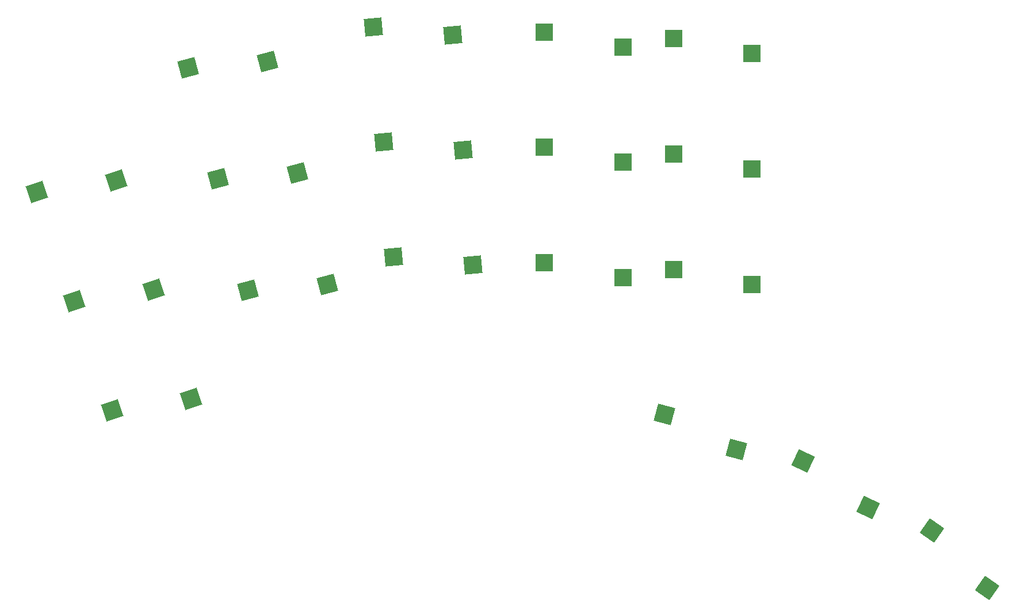
<source format=gbp>
%TF.GenerationSoftware,KiCad,Pcbnew,5.99.0-unknown-fa82fcb809~131~ubuntu20.04.1*%
%TF.CreationDate,2021-09-08T19:53:08+02:00*%
%TF.ProjectId,tuck-n-roll,7475636b-2d6e-42d7-926f-6c6c2e6b6963,VERSION_HERE*%
%TF.SameCoordinates,Original*%
%TF.FileFunction,Paste,Bot*%
%TF.FilePolarity,Positive*%
%FSLAX46Y46*%
G04 Gerber Fmt 4.6, Leading zero omitted, Abs format (unit mm)*
G04 Created by KiCad (PCBNEW 5.99.0-unknown-fa82fcb809~131~ubuntu20.04.1) date 2021-09-08 19:53:08*
%MOMM*%
%LPD*%
G01*
G04 APERTURE LIST*
G04 Aperture macros list*
%AMRotRect*
0 Rectangle, with rotation*
0 The origin of the aperture is its center*
0 $1 length*
0 $2 width*
0 $3 Rotation angle, in degrees counterclockwise*
0 Add horizontal line*
21,1,$1,$2,0,0,$3*%
G04 Aperture macros list end*
%ADD10RotRect,2.600000X2.600000X19.000000*%
%ADD11RotRect,2.600000X2.600000X15.000000*%
%ADD12RotRect,2.600000X2.600000X5.000000*%
%ADD13R,2.600000X2.600000*%
%ADD14RotRect,2.600000X2.600000X345.000000*%
%ADD15RotRect,2.600000X2.600000X335.000000*%
%ADD16RotRect,2.600000X2.600000X325.000000*%
G04 APERTURE END LIST*
D10*
%TO.C,S1*%
X-10568363Y3633416D03*
X1068627Y5313587D03*
%TD*%
%TO.C,S3*%
X-16103021Y19707232D03*
X-4466031Y21387403D03*
%TD*%
%TO.C,S5*%
X-21637680Y35781047D03*
X-10000690Y37461218D03*
%TD*%
D11*
%TO.C,S7*%
X9387942Y21263618D03*
X21113787Y22127941D03*
%TD*%
%TO.C,S9*%
X4988018Y37684357D03*
X16713863Y38548680D03*
%TD*%
%TO.C,S11*%
X588094Y54105097D03*
X12313939Y54969420D03*
%TD*%
D12*
%TO.C,S13*%
X30873968Y26213303D03*
X42571759Y25028324D03*
%TD*%
%TO.C,S15*%
X29392320Y43148613D03*
X41090111Y41963634D03*
%TD*%
%TO.C,S17*%
X27910673Y60083923D03*
X39608464Y58898944D03*
%TD*%
D13*
%TO.C,S19*%
X53047091Y25340601D03*
X64597091Y23140601D03*
%TD*%
%TO.C,S21*%
X53047091Y42340601D03*
X64597091Y40140601D03*
%TD*%
%TO.C,S23*%
X53047091Y59340601D03*
X64597091Y57140601D03*
%TD*%
%TO.C,S25*%
X72047091Y24340601D03*
X83597091Y22140601D03*
%TD*%
%TO.C,S27*%
X72047091Y41340601D03*
X83597091Y39140601D03*
%TD*%
%TO.C,S29*%
X72047091Y58340601D03*
X83597091Y56140601D03*
%TD*%
D14*
%TO.C,S31*%
X70698657Y2985492D03*
X81285699Y-2128905D03*
%TD*%
D15*
%TO.C,S33*%
X91128924Y-3843010D03*
X100667018Y-10718128D03*
%TD*%
D16*
%TO.C,S35*%
X110063052Y-14115450D03*
X118262390Y-22542392D03*
%TD*%
M02*

</source>
